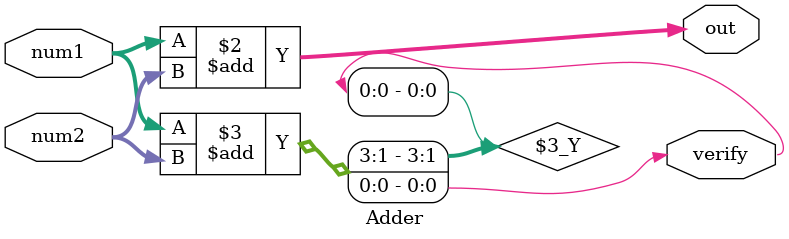
<source format=v>

module Adder (
    num1,num2,out,verify
);

input[3:0] num1,num2;
output [3:0] out;
output verify;
reg [3:0] out;
reg verify;

always @(num1,num2) begin
    out = num1 + num2;
    verify = num1 + num2;
end
    
endmodule

</source>
